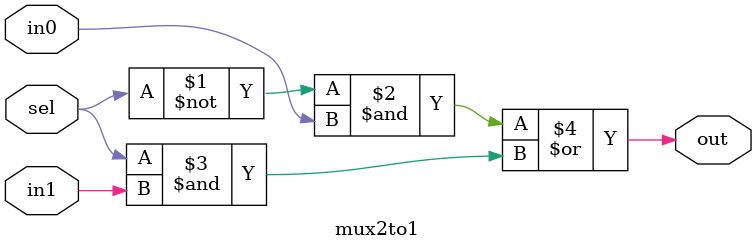
<source format=v>

`ifndef _mux2to1_
`define _mux2to1_
module mux2to1(in0, in1, sel, out);

    input in0, in1, sel;
    output out;

    assign out = (~sel)&in0 | sel&in1;

endmodule
`endif
</source>
